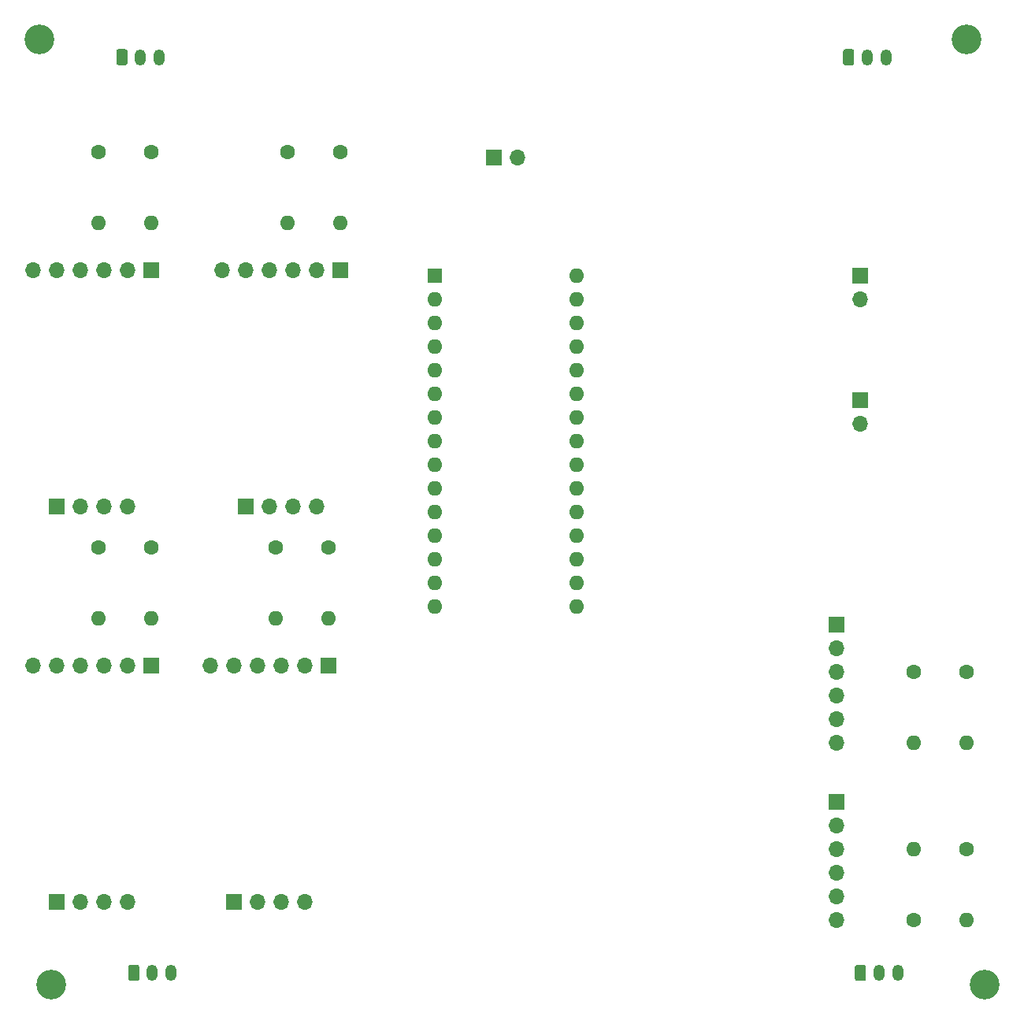
<source format=gbr>
%TF.GenerationSoftware,KiCad,Pcbnew,(5.1.9)-1*%
%TF.CreationDate,2022-01-30T23:42:20-06:00*%
%TF.ProjectId,V2_load_cell,56325f6c-6f61-4645-9f63-656c6c2e6b69,rev?*%
%TF.SameCoordinates,Original*%
%TF.FileFunction,Soldermask,Bot*%
%TF.FilePolarity,Negative*%
%FSLAX46Y46*%
G04 Gerber Fmt 4.6, Leading zero omitted, Abs format (unit mm)*
G04 Created by KiCad (PCBNEW (5.1.9)-1) date 2022-01-30 23:42:20*
%MOMM*%
%LPD*%
G01*
G04 APERTURE LIST*
%ADD10O,1.700000X1.700000*%
%ADD11R,1.700000X1.700000*%
%ADD12O,1.600000X1.600000*%
%ADD13R,1.600000X1.600000*%
%ADD14O,1.200000X1.750000*%
%ADD15C,3.200000*%
%ADD16C,1.600000*%
G04 APERTURE END LIST*
D10*
%TO.C,SW1*%
X107315000Y-46990000D03*
D11*
X107315000Y-44450000D03*
%TD*%
D10*
%TO.C,D1*%
X107315000Y-60325000D03*
D11*
X107315000Y-57785000D03*
%TD*%
D12*
%TO.C,A1*%
X76835000Y-80010000D03*
X61595000Y-80010000D03*
X76835000Y-44450000D03*
X61595000Y-77470000D03*
X76835000Y-46990000D03*
X61595000Y-74930000D03*
X76835000Y-49530000D03*
X61595000Y-72390000D03*
X76835000Y-52070000D03*
X61595000Y-69850000D03*
X76835000Y-54610000D03*
X61595000Y-67310000D03*
X76835000Y-57150000D03*
X61595000Y-64770000D03*
X76835000Y-59690000D03*
X61595000Y-62230000D03*
X76835000Y-62230000D03*
X61595000Y-59690000D03*
X76835000Y-64770000D03*
X61595000Y-57150000D03*
X76835000Y-67310000D03*
X61595000Y-54610000D03*
X76835000Y-69850000D03*
X61595000Y-52070000D03*
X76835000Y-72390000D03*
X61595000Y-49530000D03*
X76835000Y-74930000D03*
X61595000Y-46990000D03*
X76835000Y-77470000D03*
D13*
X61595000Y-44450000D03*
%TD*%
%TO.C,J9*%
G36*
G01*
X106715000Y-120005001D02*
X106715000Y-118754999D01*
G75*
G02*
X106964999Y-118505000I249999J0D01*
G01*
X107665001Y-118505000D01*
G75*
G02*
X107915000Y-118754999I0J-249999D01*
G01*
X107915000Y-120005001D01*
G75*
G02*
X107665001Y-120255000I-249999J0D01*
G01*
X106964999Y-120255000D01*
G75*
G02*
X106715000Y-120005001I0J249999D01*
G01*
G37*
D14*
X109315000Y-119380000D03*
X111315000Y-119380000D03*
%TD*%
D15*
%TO.C,H4*%
X120650000Y-120650000D03*
%TD*%
%TO.C,H3*%
X20320000Y-120650000D03*
%TD*%
%TO.C,H2*%
X118745000Y-19050000D03*
%TD*%
%TO.C,H1*%
X19050000Y-19050000D03*
%TD*%
D14*
%TO.C,J8*%
X33210000Y-119380000D03*
X31210000Y-119380000D03*
G36*
G01*
X28610000Y-120005001D02*
X28610000Y-118754999D01*
G75*
G02*
X28859999Y-118505000I249999J0D01*
G01*
X29560001Y-118505000D01*
G75*
G02*
X29810000Y-118754999I0J-249999D01*
G01*
X29810000Y-120005001D01*
G75*
G02*
X29560001Y-120255000I-249999J0D01*
G01*
X28859999Y-120255000D01*
G75*
G02*
X28610000Y-120005001I0J249999D01*
G01*
G37*
%TD*%
D11*
%TO.C,J16*%
X50165000Y-86360000D03*
D10*
X47625000Y-86360000D03*
X45085000Y-86360000D03*
X42545000Y-86360000D03*
X40005000Y-86360000D03*
X37465000Y-86360000D03*
%TD*%
D16*
%TO.C,R12*%
X113030000Y-113665000D03*
D12*
X113030000Y-106045000D03*
%TD*%
D16*
%TO.C,R11*%
X113030000Y-86995000D03*
D12*
X113030000Y-94615000D03*
%TD*%
D16*
%TO.C,R10*%
X118745000Y-106045000D03*
D12*
X118745000Y-113665000D03*
%TD*%
D16*
%TO.C,R9*%
X118745000Y-86995000D03*
D12*
X118745000Y-94615000D03*
%TD*%
D11*
%TO.C,J1*%
X67945000Y-31750000D03*
D10*
X70485000Y-31750000D03*
%TD*%
%TO.C,J2*%
X104775000Y-94615000D03*
X104775000Y-92075000D03*
X104775000Y-89535000D03*
X104775000Y-86995000D03*
X104775000Y-84455000D03*
D11*
X104775000Y-81915000D03*
%TD*%
%TO.C,J3*%
X104775000Y-100965000D03*
D10*
X104775000Y-103505000D03*
X104775000Y-106045000D03*
X104775000Y-108585000D03*
X104775000Y-111125000D03*
X104775000Y-113665000D03*
%TD*%
D14*
%TO.C,J6*%
X31940000Y-20955000D03*
X29940000Y-20955000D03*
G36*
G01*
X27340000Y-21580001D02*
X27340000Y-20329999D01*
G75*
G02*
X27589999Y-20080000I249999J0D01*
G01*
X28290001Y-20080000D01*
G75*
G02*
X28540000Y-20329999I0J-249999D01*
G01*
X28540000Y-21580001D01*
G75*
G02*
X28290001Y-21830000I-249999J0D01*
G01*
X27589999Y-21830000D01*
G75*
G02*
X27340000Y-21580001I0J249999D01*
G01*
G37*
%TD*%
%TO.C,J7*%
G36*
G01*
X105445000Y-21580001D02*
X105445000Y-20329999D01*
G75*
G02*
X105694999Y-20080000I249999J0D01*
G01*
X106395001Y-20080000D01*
G75*
G02*
X106645000Y-20329999I0J-249999D01*
G01*
X106645000Y-21580001D01*
G75*
G02*
X106395001Y-21830000I-249999J0D01*
G01*
X105694999Y-21830000D01*
G75*
G02*
X105445000Y-21580001I0J249999D01*
G01*
G37*
X108045000Y-20955000D03*
X110045000Y-20955000D03*
%TD*%
D10*
%TO.C,J10*%
X18415000Y-43815000D03*
X20955000Y-43815000D03*
X23495000Y-43815000D03*
X26035000Y-43815000D03*
X28575000Y-43815000D03*
D11*
X31115000Y-43815000D03*
%TD*%
D10*
%TO.C,J11*%
X28575000Y-69215000D03*
X26035000Y-69215000D03*
X23495000Y-69215000D03*
D11*
X20955000Y-69215000D03*
%TD*%
%TO.C,J12*%
X51435000Y-43815000D03*
D10*
X48895000Y-43815000D03*
X46355000Y-43815000D03*
X43815000Y-43815000D03*
X41275000Y-43815000D03*
X38735000Y-43815000D03*
%TD*%
D11*
%TO.C,J13*%
X41275000Y-69215000D03*
D10*
X43815000Y-69215000D03*
X46355000Y-69215000D03*
X48895000Y-69215000D03*
%TD*%
%TO.C,J14*%
X18415000Y-86360000D03*
X20955000Y-86360000D03*
X23495000Y-86360000D03*
X26035000Y-86360000D03*
X28575000Y-86360000D03*
D11*
X31115000Y-86360000D03*
%TD*%
%TO.C,J15*%
X20955000Y-111760000D03*
D10*
X23495000Y-111760000D03*
X26035000Y-111760000D03*
X28575000Y-111760000D03*
%TD*%
%TO.C,J17*%
X47625000Y-111760000D03*
X45085000Y-111760000D03*
X42545000Y-111760000D03*
D11*
X40005000Y-111760000D03*
%TD*%
D16*
%TO.C,R1*%
X25400000Y-31115000D03*
D12*
X25400000Y-38735000D03*
%TD*%
%TO.C,R2*%
X31115000Y-38735000D03*
D16*
X31115000Y-31115000D03*
%TD*%
%TO.C,R3*%
X45720000Y-31115000D03*
D12*
X45720000Y-38735000D03*
%TD*%
%TO.C,R4*%
X51435000Y-38735000D03*
D16*
X51435000Y-31115000D03*
%TD*%
D12*
%TO.C,R5*%
X25400000Y-81280000D03*
D16*
X25400000Y-73660000D03*
%TD*%
%TO.C,R6*%
X31115000Y-73660000D03*
D12*
X31115000Y-81280000D03*
%TD*%
%TO.C,R7*%
X44450000Y-81280000D03*
D16*
X44450000Y-73660000D03*
%TD*%
%TO.C,R8*%
X50165000Y-73660000D03*
D12*
X50165000Y-81280000D03*
%TD*%
M02*

</source>
